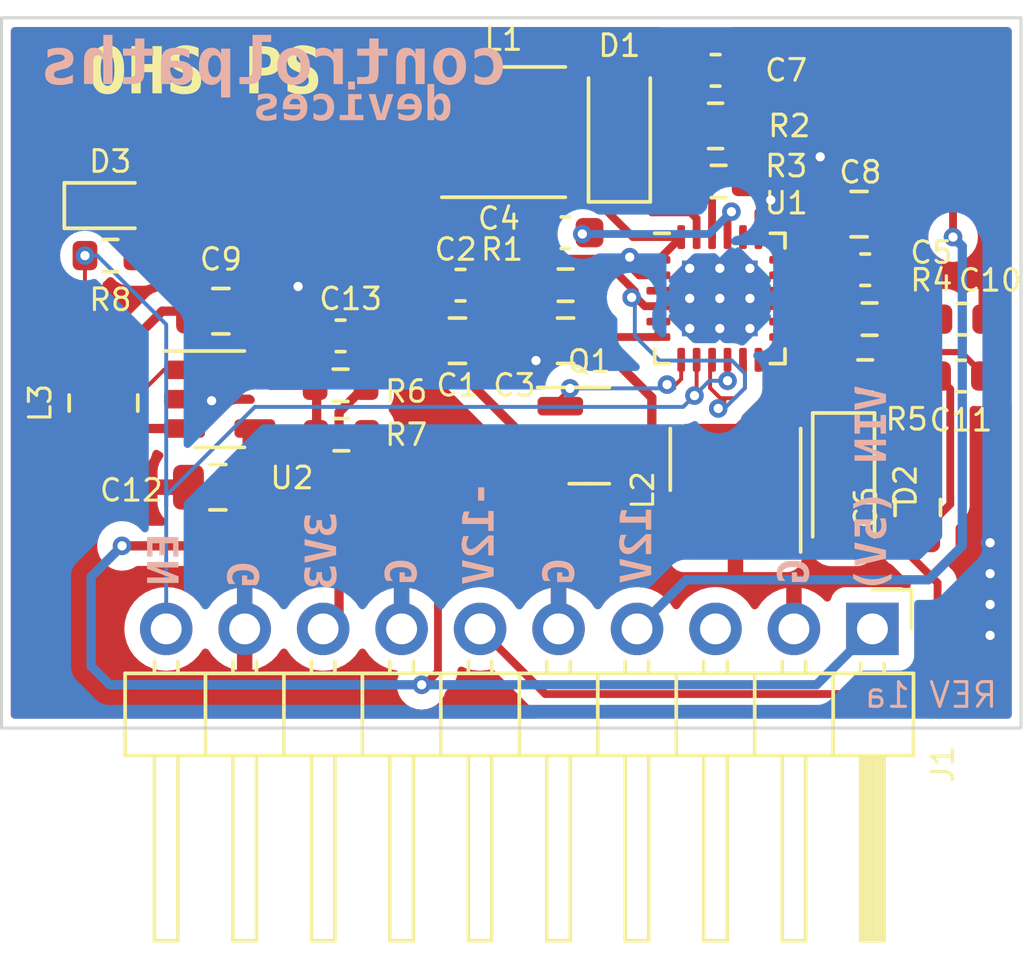
<source format=kicad_pcb>
(kicad_pcb (version 20221018) (generator pcbnew)
  (layers (0 "F.Cu" signal) (31 "B.Cu" signal) (34 "B.Paste" user) (35 "F.Paste" user) (36 "B.SilkS" user "B.Silkscreen") (37 "F.SilkS" user "F.Silkscreen") (38 "B.Mask" user) (39 "F.Mask" user) (44 "Edge.Cuts" user))
  (net 0 "")
  (net 1 "GND")
  (net 2 "Net-(U1-PSN)")
  (net 3 "Vin")
  (net 4 "Net-(U1-CP)")
  (net 5 "Net-(U1-CN)")
  (net 6 "-12V")
  (net 7 "+12V")
  (net 8 "Net-(U1-FBP)")
  (net 9 "+3V3")
  (net 10 "Net-(U1-VREF)")
  (net 11 "Net-(U1-FBN)")
  (net 12 "Net-(D1-A)")
  (net 13 "Net-(D2-K)")
  (net 14 "Net-(D3-A)")
  (net 16 "EN")
  (net 17 "Net-(U2-SW)")
  (net 18 "Net-(Q1-G)")
  (net 21 "Net-(U2-FB)")
  (net 22 "Net-(Q1-D)")
  (footprint "Capacitor_SMD:C_0603_1608Metric" (layer "F.Cu") (at 186.2575 109.9575 180)
    (fp_text reference "C4" (at 2.1575 0.4575) (layer "F.SilkS") (effects (font (size 0.7 0.7) (thickness 0.1))))
    (fp_text value "10n")
    (pad "1" smd roundrect (at -0.775 0 180) (size 0.9 0.95) (layers "F.Cu" "F.Paste" "F.Mask") (net 4 "Net-(U1-CP)"))
    (pad "2" smd roundrect (at 0.775 0 180) (size 0.9 0.95) (layers "F.Cu" "F.Paste" "F.Mask") (net 1 "GND"))
  )
  (footprint "Capacitor_SMD:C_0805_2012Metric" (layer "F.Cu") (at 195.7575 109.3575)
    (fp_text reference "C8" (at 0.0425 -1.3575) (layer "F.SilkS") (effects (font (size 0.7 0.7) (thickness 0.1))))
    (fp_text value "22u")
    (pad "1" smd roundrect (at -0.95 0) (size 1 1.45) (layers "F.Cu" "F.Paste" "F.Mask") (net 7 "+12V"))
    (pad "2" smd roundrect (at 0.95 0) (size 1 1.45) (layers "F.Cu" "F.Paste" "F.Mask") (net 1 "GND"))
  )
  (footprint "Package_TO_SOT_SMD:SOT-23-5" (layer "F.Cu") (at 175.0625 115.35)
    (fp_text reference "U2" (at 2.3375 2.55) (layer "F.SilkS") (effects (font (size 0.7 0.7) (thickness 0.1))))
    (fp_text value "NCP1529A")
    (pad "1" smd roundrect (at -1.1375 -0.95) (size 1.325 0.6) (layers "F.Cu" "F.Paste" "F.Mask") (net 16 "EN"))
    (pad "2" smd roundrect (at -1.1375 0) (size 1.325 0.6) (layers "F.Cu" "F.Paste" "F.Mask") (net 1 "GND"))
    (pad "3" smd roundrect (at -1.1375 0.95) (size 1.325 0.6) (layers "F.Cu" "F.Paste" "F.Mask") (net 17 "Net-(U2-SW)"))
    (pad "4" smd roundrect (at 1.1375 0.95) (size 1.325 0.6) (layers "F.Cu" "F.Paste" "F.Mask") (net 3 "Vin"))
    (pad "5" smd roundrect (at 1.1375 -0.95) (size 1.325 0.6) (layers "F.Cu" "F.Paste" "F.Mask") (net 21 "Net-(U2-FB)"))
  )
  (footprint "Resistor_SMD:R_0603_1608Metric" (layer "F.Cu") (at 191.2125 108.3 180)
    (fp_text reference "R3" (at -2.1875 0.5) (layer "F.SilkS") (effects (font (size 0.7 0.7) (thickness 0.1))))
    (fp_text value "100k")
    (pad "1" smd roundrect (at -0.825 0 180) (size 0.8 0.95) (layers "F.Cu" "F.Paste" "F.Mask") (net 1 "GND"))
    (pad "2" smd roundrect (at 0.825 0 180) (size 0.8 0.95) (layers "F.Cu" "F.Paste" "F.Mask") (net 8 "Net-(U1-FBP)"))
  )
  (footprint "Capacitor_SMD:C_0805_2012Metric" (layer "F.Cu") (at 182.7575 113.4575)
    (fp_text reference "C1" (at 0 1.4425) (layer "F.SilkS") (effects (font (size 0.7 0.7) (thickness 0.1))))
    (fp_text value "4u7")
    (pad "1" smd roundrect (at -0.95 0) (size 1 1.45) (layers "F.Cu" "F.Paste" "F.Mask") (net 22 "Net-(Q1-D)"))
    (pad "2" smd roundrect (at 0.95 0) (size 1 1.45) (layers "F.Cu" "F.Paste" "F.Mask") (net 1 "GND"))
  )
  (footprint "Connector_PinHeader_2.54mm:PinHeader_1x10_P2.54mm_Horizontal" (layer "F.Cu") (at 196.19 122.79 -90)
    (fp_text reference "J1" (at 4.385 -2.27 90) (layer "F.SilkS") (effects (font (size 0.7 0.7) (thickness 0.1))))
    (fp_text value "Conn_01x10_Pin")
    (pad "1" thru_hole rect (at 0 0 270) (size 1.7 1.7) (drill 1) (layers "*.Cu" "*.Mask") (net 3 "Vin"))
    (pad "2" thru_hole oval (at 0 2.54 270) (size 1.7 1.7) (drill 1) (layers "*.Cu" "*.Mask") (net 1 "GND"))
    (pad "3" thru_hole oval (at 0 5.08 270) (size 1.7 1.7) (drill 1) (layers "*.Cu" "*.Mask"))
    (pad "4" thru_hole oval (at 0 7.62 270) (size 1.7 1.7) (drill 1) (layers "*.Cu" "*.Mask") (net 7 "+12V"))
    (pad "5" thru_hole oval (at 0 10.16 270) (size 1.7 1.7) (drill 1) (layers "*.Cu" "*.Mask") (net 1 "GND"))
    (pad "6" thru_hole oval (at 0 12.7 270) (size 1.7 1.7) (drill 1) (layers "*.Cu" "*.Mask") (net 6 "-12V"))
    (pad "7" thru_hole oval (at 0 15.24 270) (size 1.7 1.7) (drill 1) (layers "*.Cu" "*.Mask") (net 1 "GND"))
    (pad "8" thru_hole oval (at 0 17.78 270) (size 1.7 1.7) (drill 1) (layers "*.Cu" "*.Mask") (net 9 "+3V3"))
    (pad "9" thru_hole oval (at 0 20.32 270) (size 1.7 1.7) (drill 1) (layers "*.Cu" "*.Mask") (net 1 "GND"))
    (pad "10" thru_hole oval (at 0 22.86 270) (size 1.7 1.7) (drill 1) (layers "*.Cu" "*.Mask") (net 16 "EN"))
  )
  (footprint "Resistor_SMD:R_0603_1608Metric" (layer "F.Cu") (at 178.975 114.9)
    (fp_text reference "R6" (at 2.125 0.2) (layer "F.SilkS") (effects (font (size 0.7 0.7) (thickness 0.1))))
    (fp_text value "890k")
    (pad "1" smd roundrect (at -0.825 0) (size 0.8 0.95) (layers "F.Cu" "F.Paste" "F.Mask") (net 21 "Net-(U2-FB)"))
    (pad "2" smd roundrect (at 0.825 0) (size 0.8 0.95) (layers "F.Cu" "F.Paste" "F.Mask") (net 9 "+3V3"))
  )
  (footprint "Capacitor_SMD:C_0603_1608Metric" (layer "F.Cu") (at 199.1 112.7575)
    (fp_text reference "C10" (at 0.9 -1.2575) (layer "F.SilkS") (effects (font (size 0.7 0.7) (thickness 0.1))))
    (fp_text value "220n")
    (pad "1" smd roundrect (at -0.775 0) (size 0.9 0.95) (layers "F.Cu" "F.Paste" "F.Mask") (net 10 "Net-(U1-VREF)"))
    (pad "2" smd roundrect (at 0.775 0) (size 0.9 0.95) (layers "F.Cu" "F.Paste" "F.Mask") (net 1 "GND"))
  )
  (footprint "Inductor_SMD_Wurth:L_Wurth_WE-LQSH-4020" (layer "F.Cu") (at 191.7575 118.3 90)
    (fp_text reference "L2" (at 0 -3 90 unlocked) (layer "F.SilkS") (effects (font (size 0.7 0.7) (thickness 0.1))))
    (fp_text value "4u7")
    (pad "1" smd rect (at -1.55 0 90) (size 1.2 3.3) (layers "F.Cu" "F.Paste" "F.Mask") (net 1 "GND"))
    (pad "2" smd rect (at 1.55 0 90) (size 1.2 3.3) (layers "F.Cu" "F.Paste" "F.Mask") (net 13 "Net-(D2-K)"))
  )
  (footprint "Inductor_SMD:L_1008_2520Metric" (layer "F.Cu") (at 171.3 115.475 90)
    (fp_text reference "L3" (at 0 -2.05 90) (layer "F.SilkS") (effects (font (size 0.7 0.7) (thickness 0.1))))
    (fp_text value "2u2")
    (pad "1" smd roundrect (at -1.075 0 90) (size 1.25 2.2) (layers "F.Cu" "F.Paste" "F.Mask") (roundrect_rratio 0.2) (net 17 "Net-(U2-SW)"))
    (pad "2" smd roundrect (at 1.075 0 90) (size 1.25 2.2) (layers "F.Cu" "F.Paste" "F.Mask") (roundrect_rratio 0.2) (net 9 "+3V3"))
  )
  (footprint "Capacitor_SMD:C_0805_2012Metric" (layer "F.Cu") (at 197.6575 118.8575 90)
    (fp_text reference "C6" (at 0 -1.68 90) (layer "F.SilkS") (effects (font (size 0.7 0.7) (thickness 0.1))))
    (fp_text value "22u")
    (pad "1" smd roundrect (at -0.95 0 90) (size 1 1.45) (layers "F.Cu" "F.Paste" "F.Mask") (net 6 "-12V"))
    (pad "2" smd roundrect (at 0.95 0 90) (size 1 1.45) (layers "F.Cu" "F.Paste" "F.Mask") (net 1 "GND"))
  )
  (footprint "Capacitor_SMD:C_0603_1608Metric" (layer "F.Cu") (at 178.975 113.3 180)
    (fp_text reference "C13" (at -0.325 1.2) (layer "F.SilkS") (effects (font (size 0.7 0.7) (thickness 0.1))))
    (fp_text value "7p5")
    (pad "1" smd roundrect (at -0.775 0 180) (size 0.9 0.95) (layers "F.Cu" "F.Paste" "F.Mask") (net 9 "+3V3"))
    (pad "2" smd roundrect (at 0.775 0 180) (size 0.9 0.95) (layers "F.Cu" "F.Paste" "F.Mask") (net 21 "Net-(U2-FB)"))
  )
  (footprint "Inductor_SMD_Wurth:L_Wurth_WE-LQSH-4020" (layer "F.Cu") (at 184.25 106.7)
    (fp_text reference "L1" (at 0 -3 unlocked) (layer "F.SilkS") (effects (font (size 0.7 0.7) (thickness 0.1))))
    (fp_text value "L")
    (pad "1" smd rect (at -1.55 0) (size 1.2 3.3) (layers "F.Cu" "F.Paste" "F.Mask") (net 22 "Net-(Q1-D)"))
    (pad "2" smd rect (at 1.55 0) (size 1.2 3.3) (layers "F.Cu" "F.Paste" "F.Mask") (net 12 "Net-(D1-A)"))
  )
  (footprint "Capacitor_SMD:C_0805_2012Metric" (layer "F.Cu") (at 186.2575 113.4575 180)
    (fp_text reference "C3" (at 1.6575 -1.4425) (layer "F.SilkS") (effects (font (size 0.7 0.7) (thickness 0.1))))
    (fp_text value "4u7")
    (pad "1" smd roundrect (at -0.95 0 180) (size 1 1.45) (layers "F.Cu" "F.Paste" "F.Mask") (net 3 "Vin"))
    (pad "2" smd roundrect (at 0.95 0 180) (size 1 1.45) (layers "F.Cu" "F.Paste" "F.Mask") (net 1 "GND"))
  )
  (footprint "Diode_SMD:D_SOD-123" (layer "F.Cu") (at 188 106.6 90)
    (fp_text reference "D1" (at 2.7 0 180) (layer "F.SilkS") (effects (font (size 0.7 0.7) (thickness 0.1))))
    (fp_text value "1N5819")
    (pad "1" smd roundrect (at -1.65 0 90) (size 0.9 1.2) (layers "F.Cu" "F.Paste" "F.Mask") (net 7 "+12V"))
    (pad "2" smd roundrect (at 1.65 0 90) (size 0.9 1.2) (layers "F.Cu" "F.Paste" "F.Mask") (net 12 "Net-(D1-A)"))
  )
  (footprint "Resistor_SMD:R_0603_1608Metric" (layer "F.Cu") (at 186.2575 111.6575 180)
    (fp_text reference "R1" (at 2.0575 1.1575) (layer "F.SilkS") (effects (font (size 0.7 0.7) (thickness 0.1))))
    (fp_text value "100")
    (pad "1" smd roundrect (at -0.825 0 180) (size 0.8 0.95) (layers "F.Cu" "F.Paste" "F.Mask") (net 3 "Vin"))
    (pad "2" smd roundrect (at 0.825 0 180) (size 0.8 0.95) (layers "F.Cu" "F.Paste" "F.Mask") (net 2 "Net-(U1-PSN)"))
  )
  (footprint "Capacitor_SMD:C_0603_1608Metric" (layer "F.Cu") (at 195.9575 111.1575)
    (fp_text reference "C5" (at 2.1425 -0.5575) (layer "F.SilkS") (effects (font (size 0.7 0.7) (thickness 0.1))))
    (fp_text value "4n7")
    (pad "1" smd roundrect (at -0.775 0) (size 0.9 0.95) (layers "F.Cu" "F.Paste" "F.Mask") (net 5 "Net-(U1-CN)"))
    (pad "2" smd roundrect (at 0.775 0) (size 0.9 0.95) (layers "F.Cu" "F.Paste" "F.Mask") (net 1 "GND"))
  )
  (footprint "Resistor_SMD:R_0603_1608Metric" (layer "F.Cu") (at 195.9575 114.6)
    (fp_text reference "R5" (at 1.3425 1.4) (layer "F.SilkS") (effects (font (size 0.7 0.7) (thickness 0.1))))
    (fp_text value "1M")
    (pad "1" smd roundrect (at -0.825 0) (size 0.8 0.95) (layers "F.Cu" "F.Paste" "F.Mask") (net 6 "-12V"))
    (pad "2" smd roundrect (at 0.825 0) (size 0.8 0.95) (layers "F.Cu" "F.Paste" "F.Mask") (net 11 "Net-(U1-FBN)"))
  )
  (footprint "Capacitor_SMD:C_0805_2012Metric" (layer "F.Cu") (at 175.1 112.5)
    (fp_text reference "C9" (at 0 -1.68) (layer "F.SilkS") (effects (font (size 0.7 0.7) (thickness 0.1))))
    (fp_text value "10u")
    (pad "1" smd roundrect (at -0.95 0) (size 1 1.45) (layers "F.Cu" "F.Paste" "F.Mask") (net 9 "+3V3"))
    (pad "2" smd roundrect (at 0.95 0) (size 1 1.45) (layers "F.Cu" "F.Paste" "F.Mask") (net 1 "GND"))
  )
  (footprint "Capacitor_SMD:C_0603_1608Metric" (layer "F.Cu") (at 199.0575 114.6 180)
    (fp_text reference "C11" (at 0 -1.43) (layer "F.SilkS") (effects (font (size 0.7 0.7) (thickness 0.1))))
    (fp_text value "7p5")
    (pad "1" smd roundrect (at -0.775 0 180) (size 0.9 0.95) (layers "F.Cu" "F.Paste" "F.Mask") (net 11 "Net-(U1-FBN)"))
    (pad "2" smd roundrect (at 0.775 0 180) (size 0.9 0.95) (layers "F.Cu" "F.Paste" "F.Mask") (net 6 "-12V"))
  )
  (footprint "Capacitor_SMD:C_0603_1608Metric" (layer "F.Cu") (at 182.8575 111.6575 180)
    (fp_text reference "C2" (at 0.1575 1.1575) (layer "F.SilkS") (effects (font (size 0.7 0.7) (thickness 0.1))))
    (fp_text value "100n")
    (pad "1" smd roundrect (at -0.775 0 180) (size 0.9 0.95) (layers "F.Cu" "F.Paste" "F.Mask") (net 2 "Net-(U1-PSN)"))
    (pad "2" smd roundrect (at 0.775 0 180) (size 0.9 0.95) (layers "F.Cu" "F.Paste" "F.Mask") (net 1 "GND"))
  )
  (footprint "LED_SMD:LED_0603_1608Metric" (layer "F.Cu") (at 171.5175 109.08)
    (fp_text reference "D3" (at 0 -1.43) (layer "F.SilkS") (effects (font (size 0.7 0.7) (thickness 0.1))))
    (fp_text value "LED")
    (pad "1" smd roundrect (at -0.7875 0) (size 0.875 0.95) (layers "F.Cu" "F.Paste" "F.Mask") (net 1 "GND"))
    (pad "2" smd roundrect (at 0.7875 0) (size 0.875 0.95) (layers "F.Cu" "F.Paste" "F.Mask") (net 14 "Net-(D3-A)"))
  )
  (footprint "Capacitor_SMD:C_0805_2012Metric" (layer "F.Cu") (at 175 118.2 180)
    (fp_text reference "C12" (at 2.8 -0.1) (layer "F.SilkS") (effects (font (size 0.7 0.7) (thickness 0.1))))
    (fp_text value "4u7")
    (pad "1" smd roundrect (at -0.95 0 180) (size 1 1.45) (layers "F.Cu" "F.Paste" "F.Mask") (net 3 "Vin"))
    (pad "2" smd roundrect (at 0.95 0 180) (size 1 1.45) (layers "F.Cu" "F.Paste" "F.Mask") (net 1 "GND"))
  )
  (footprint "Resistor_SMD:R_0603_1608Metric" (layer "F.Cu") (at 196.1 112.7575 180)
    (fp_text reference "R4" (at -2 1.2575) (layer "F.SilkS") (effects (font (size 0.7 0.7) (thickness 0.1))))
    (fp_text value "110k")
    (pad "1" smd roundrect (at -0.825 0 180) (size 0.8 0.95) (layers "F.Cu" "F.Paste" "F.Mask") (net 11 "Net-(U1-FBN)"))
    (pad "2" smd roundrect (at 0.825 0 180) (size 0.8 0.95) (layers "F.Cu" "F.Paste" "F.Mask") (net 10 "Net-(U1-VREF)"))
  )
  (footprint "Resistor_SMD:R_0603_1608Metric" (layer "F.Cu") (at 171.525 110.7 180)
    (fp_text reference "R8" (at 0 -1.43) (layer "F.SilkS") (effects (font (size 0.7 0.7) (thickness 0.1))))
    (fp_text value "890k")
    (pad "1" smd roundrect (at -0.825 0 180) (size 0.8 0.95) (layers "F.Cu" "F.Paste" "F.Mask") (net 14 "Net-(D3-A)"))
    (pad "2" smd roundrect (at 0.825 0 180) (size 0.8 0.95) (layers "F.Cu" "F.Paste" "F.Mask") (net 16 "EN"))
  )
  (footprint "Resistor_SMD:R_0603_1608Metric" (layer "F.Cu") (at 179 116.5 180)
    (fp_text reference "R7" (at -2.1 0) (layer "F.SilkS") (effects (font (size 0.7 0.7) (thickness 0.1))))
    (fp_text value "200k")
    (pad "1" smd roundrect (at -0.825 0 180) (size 0.8 0.95) (layers "F.Cu" "F.Paste" "F.Mask") (net 1 "GND"))
    (pad "2" smd roundrect (at 0.825 0 180) (size 0.8 0.95) (layers "F.Cu" "F.Paste" "F.Mask") (net 21 "Net-(U2-FB)"))
  )
  (footprint "Package_TO_SOT_SMD:SOT-23" (layer "F.Cu") (at 187.025 116.5275)
    (fp_text reference "Q1" (at 0 -2.4) (layer "F.SilkS") (effects (font (size 0.7 0.7) (thickness 0.1))))
    (fp_text value "Si2323DS")
    (pad "1" smd roundrect (at -0.9375 -0.95) (size 1.475 0.6) (layers "F.Cu" "F.Paste" "F.Mask") (net 18 "Net-(Q1-G)"))
    (pad "2" smd roundrect (at -0.9375 0.95) (size 1.475 0.6) (layers "F.Cu" "F.Paste" "F.Mask") (net 3 "Vin"))
    (pad "3" smd roundrect (at 0.9375 0) (size 1.475 0.6) (layers "F.Cu" "F.Paste" "F.Mask") (net 22 "Net-(Q1-D)"))
  )
  (footprint "Diode_SMD:D_SOD-123" (layer "F.Cu") (at 195.2575 118.1575 -90)
    (fp_text reference "D2" (at 0 -2 90) (layer "F.SilkS") (effects (font (size 0.7 0.7) (thickness 0.1))))
    (fp_text value "1N5819")
    (pad "1" smd roundrect (at -1.65 0 270) (size 0.9 1.2) (layers "F.Cu" "F.Paste" "F.Mask") (net 13 "Net-(D2-K)"))
    (pad "2" smd roundrect (at 1.65 0 270) (size 0.9 1.2) (layers "F.Cu" "F.Paste" "F.Mask") (net 6 "-12V"))
  )
  (footprint "Capacitor_SMD:C_0603_1608Metric" (layer "F.Cu") (at 191.1125 104.7 180)
    (fp_text reference "C7" (at -2.2875 0) (layer "F.SilkS") (effects (font (size 0.7 0.7) (thickness 0.1))))
    (fp_text value "6p8")
    (pad "1" smd roundrect (at -0.775 0 180) (size 0.9 0.95) (layers "F.Cu" "F.Paste" "F.Mask") (net 7 "+12V"))
    (pad "2" smd roundrect (at 0.775 0 180) (size 0.9 0.95) (layers "F.Cu" "F.Paste" "F.Mask") (net 8 "Net-(U1-FBP)"))
  )
  (footprint "Package_DFN_QFN:VQFN-24-1EP_4x4mm_P0.5mm_EP2.45x2.45mm_ThermalVias" (layer "F.Cu") (at 191.25 112.0875)
    (fp_text reference "U1" (at 2.15 -3.0875) (layer "F.SilkS") (effects (font (size 0.7 0.7) (thickness 0.1))))
    (fp_text value "TPS65131RGE")
    (pad "1" smd roundrect (at -1.9875 -1.25) (size 0.775 0.25) (layers "F.Cu" "F.Paste" "F.Mask") (net 12 "Net-(D1-A)"))
    (pad "2" smd roundrect (at -1.9875 -0.75) (size 0.775 0.25) (layers "F.Cu" "F.Paste" "F.Mask") (net 1 "GND"))
    (pad "3" smd roundrect (at -1.9875 -0.25) (size 0.775 0.25) (layers "F.Cu" "F.Paste" "F.Mask") (net 1 "GND"))
    (pad "4" smd roundrect (at -1.9875 0.25) (size 0.775 0.25) (layers "F.Cu" "F.Paste" "F.Mask") (net 2 "Net-(U1-PSN)"))
    (pad "5" smd roundrect (at -1.9875 0.75) (size 0.775 0.25) (layers "F.Cu" "F.Paste" "F.Mask") (net 3 "Vin"))
    (pad "6" smd roundrect (at -1.9875 1.25) (size 0.775 0.25) (layers "F.Cu" "F.Paste" "F.Mask") (net 3 "Vin"))
    (pad "7" smd roundrect (at -1.25 1.9875) (size 0.25 0.775) (layers "F.Cu" "F.Paste" "F.Mask") (net 18 "Net-(Q1-G)"))
    (pad "8" smd roundrect (at -0.75 1.9875) (size 0.25 0.775) (layers "F.Cu" "F.Paste" "F.Mask") (net 16 "EN"))
    (pad "9" smd roundrect (at -0.25 1.9875) (size 0.25 0.775) (layers "F.Cu" "F.Paste" "F.Mask") (net 2 "Net-(U1-PSN)"))
    (pad "10" smd roundrect (at 0.25 1.9875) (size 0.25 0.775) (layers "F.Cu" "F.Paste" "F.Mask") (net 16 "EN"))
    (pad "11" smd roundrect (at 0.75 1.9875) (size 0.25 0.775) (layers "F.Cu" "F.Paste" "F.Mask") (net 2 "Net-(U1-PSN)"))
    (pad "12" smd roundrect (at 1.25 1.9875) (size 0.25 0.775) (layers "F.Cu" "F.Paste" "F.Mask"))
    (pad "13" smd roundrect (at 1.9875 1.25) (size 0.775 0.25) (layers "F.Cu" "F.Paste" "F.Mask") (net 13 "Net-(D2-K)"))
    (pad "14" smd roundrect (at 1.9875 0.75) (size 0.775 0.25) (layers "F.Cu" "F.Paste" "F.Mask") (net 13 "Net-(D2-K)"))
    (pad "15" smd roundrect (at 1.9875 0.25) (size 0.775 0.25) (layers "F.Cu" "F.Paste" "F.Mask") (net 6 "-12V"))
    (pad "16" smd roundrect (at 1.9875 -0.25) (size 0.775 0.25) (layers "F.Cu" "F.Paste" "F.Mask") (net 11 "Net-(U1-FBN)"))
    (pad "17" smd roundrect (at 1.9875 -0.75) (size 0.775 0.25) (layers "F.Cu" "F.Paste" "F.Mask") (net 10 "Net-(U1-VREF)"))
    (pad "18" smd roundrect (at 1.9875 -1.25) (size 0.775 0.25) (layers "F.Cu" "F.Paste" "F.Mask") (net 5 "Net-(U1-CN)"))
    (pad "19" smd roundrect (at 1.25 -1.9875) (size 0.25 0.775) (layers "F.Cu" "F.Paste" "F.Mask") (net 1 "GND"))
    (pad "20" smd roundrect (at 0.75 -1.9875) (size 0.25 0.775) (layers "F.Cu" "F.Paste" "F.Mask"))
    (pad "21" smd roundrect (at 0.25 -1.9875) (size 0.25 0.775) (layers "F.Cu" "F.Paste" "F.Mask") (net 4 "Net-(U1-CP)"))
    (pad "22" smd roundrect (at -0.25 -1.9875) (size 0.25 0.775) (layers "F.Cu" "F.Paste" "F.Mask") (net 8 "Net-(U1-FBP)"))
    (pad "23" smd roundrect (at -0.75 -1.9875) (size 0.25 0.775) (layers "F.Cu" "F.Paste" "F.Mask") (net 7 "+12V"))
    (pad "24" smd roundrect (at -1.25 -1.9875) (size 0.25 0.775) (layers "F.Cu" "F.Paste" "F.Mask") (net 12 "Net-(D1-A)"))
    (pad "25" thru_hole circle (at -0.975 -0.975) (size 0.5 0.5) (drill 0.3) (layers "*.Cu") (net 1 "GND"))
    (pad "25" thru_hole circle (at -0.975 0) (size 0.5 0.5) (drill 0.3) (layers "*.Cu") (net 1 "GND"))
    (pad "25" thru_hole circle (at -0.975 0.975) (size 0.5 0.5) (drill 0.3) (layers "*.Cu") (net 1 "GND"))
    (pad "25" thru_hole circle (at 0 -0.975) (size 0.5 0.5) (drill 0.3) (layers "*.Cu") (net 1 "GND"))
    (pad "25" thru_hole circle (at 0 0) (size 0.5 0.5) (drill 0.3) (layers "*.Cu") (net 1 "GND"))
    (pad "25" smd rect (at 0 0) (size 2.45 2.45) (layers "F.Cu" "F.Mask") (net 1 "GND"))
    (pad "25" smd rect (at 0 0) (size 2.45 2.45) (layers "B.Cu") (net 1 "GND"))
    (pad "25" thru_hole circle (at 0 0.975) (size 0.5 0.5) (drill 0.3) (layers "*.Cu") (net 1 "GND"))
    (pad "25" thru_hole circle (at 0.975 -0.975) (size 0.5 0.5) (drill 0.3) (layers "*.Cu") (net 1 "GND"))
    (pad "25" thru_hole circle (at 0.975 0) (size 0.5 0.5) (drill 0.3) (layers "*.Cu") (net 1 "GND"))
    (pad "25" thru_hole circle (at 0.975 0.975) (size 0.5 0.5) (drill 0.3) (layers "*.Cu") (net 1 "GND"))
  )
  (footprint "Resistor_SMD:R_0805_2012Metric" (layer "F.Cu") (at 191.1125 106.5)
    (fp_text reference "R2" (at 2.3875 0) (layer "F.SilkS") (effects (font (size 0.7 0.7) (thickness 0.1))))
    (fp_text value "900k")
    (pad "1" smd roundrect (at -0.9125 0) (size 1.025 1.4) (layers "F.Cu" "F.Paste" "F.Mask") (roundrect_rratio 0.243902439) (net 8 "Net-(U1-FBP)"))
    (pad "2" smd roundrect (at 0.9125 0) (size 1.025 1.4) (layers "F.Cu" "F.Paste" "F.Mask") (roundrect_rratio 0.243902439) (net 7 "+12V"))
  )
  (gr_line (start 168 103) (end 169 103) (stroke (width 0.1)) (layer "Edge.Cuts"))
  (gr_line (start 201 126) (end 168 126) (stroke (width 0.1)) (layer "Edge.Cuts"))
  (gr_line (start 201 125.6) (end 201 126) (stroke (width 0.1)) (layer "Edge.Cuts"))
  (gr_line (start 169 103) (end 201 103) (stroke (width 0.1)) (layer "Edge.Cuts"))
  (gr_line (start 201 103) (end 201 125.6) (stroke (width 0.1)) (layer "Edge.Cuts"))
  (gr_line (start 168 126) (end 168 103) (stroke (width 0.1)) (layer "Edge.Cuts"))
  (gr_text "-12V" (at 184.1 118 90) (layer "B.SilkS") (effects (font (size 1 1) (thickness 0.25) bold) (justify left bottom mirror)))
  (gr_text "3V3" (at 179 119 90) (layer "B.SilkS") (effects (font (size 1 1) (thickness 0.25) bold) (justify left bottom mirror)))
  (gr_text "devices" (at 182.6 106.5) (layer "B.SilkS") (effects (font (size 1.1 1.1) (thickness 0.25) bold) (justify left bottom mirror)))
  (gr_text "EN" (at 173.9 119.7 90) (layer "B.SilkS") (effects (font (size 1 1) (thickness 0.25) bold) (justify left bottom mirror)))
  (gr_text "G" (at 176.5 120.6 90) (layer "B.SilkS") (effects (font (size 1 1) (thickness 0.25) bold) (justify left bottom mirror)))
  (gr_text "controlpaths" (at 184.4 105.4) (layer "B.SilkS") (effects (font (size 1.5 1.5) (thickness 0.3) bold) (justify left bottom mirror)))
  (gr_text "G" (at 194.3 120.5 90) (layer "B.SilkS") (effects (font (size 1 1) (thickness 0.25) bold) (justify left bottom mirror)))
  (gr_text "G" (at 181.6 120.5 90) (layer "B.SilkS") (effects (font (size 1 1) (thickness 0.25) bold) (justify left bottom mirror)))
  (gr_text "VIN (5V)" (at 196.8 114.9 90) (layer "B.SilkS") (effects (font (size 1 1) (thickness 0.25) bold) (justify left bottom mirror)))
  (gr_text "REV 1a" (at 200.3 125.4) (layer "B.SilkS") (effects (font (size 0.8 0.8) (thickness 0.1)) (justify left bottom mirror)))
  (gr_text "G" (at 186.7 120.5 90) (layer "B.SilkS") (effects (font (size 1 1) (thickness 0.25) bold) (justify left bottom mirror)))
  (gr_text "12V" (at 189.2 118.8 90) (layer "B.SilkS") (effects (font (size 1 1) (thickness 0.25) bold) (justify left bottom mirror)))
  (gr_text "OHS PS" (at 170.8 105.7) (layer "F.SilkS") (effects (font (size 1.5 1.5) (thickness 0.3) bold) (justify left bottom)))
  (segment (start 176.05 112.5) (end 176.8 112.5) (width 0.3) (layer "F.Cu") (net 1))
  (segment (start 192.3 108.3) (end 192.9 108.9) (width 0.254) (layer "F.Cu") (net 1))
  (segment (start 188.6375 111.3375) (end 189.2625 111.3375) (width 0.254) (layer "F.Cu") (net 1))
  (segment (start 188.333999 110.750162) (end 188.333999 111.033999) (width 0.254) (layer "F.Cu") (net 1))
  (segment (start 173.925 115.35) (end 174.75 115.35) (width 0.3) (layer "F.Cu") (net 1))
  (segment (start 174.75 115.35) (end 174.8 115.4) (width 0.3) (layer "F.Cu") (net 1))
  (segment (start 192.0375 108.3) (end 192.3 108.3) (width 0.254) (layer "F.Cu") (net 1))
  (segment (start 176.8 112.5) (end 177.6 111.7) (width 0.3) (layer "F.Cu") (net 1))
  (segment (start 185.3075 113.4575) (end 185.3075 114.0925) (width 0.254) (layer "F.Cu") (net 1))
  (segment (start 189.2625 111.8375) (end 189.2625 111.3375) (width 0.254) (layer "F.Cu") (net 1))
  (segment (start 188.333999 111.033999) (end 188.6375 111.3375) (width 0.254) (layer "F.Cu") (net 1))
  (segment (start 185.3075 114.0925) (end 185.3 114.1) (width 0.254) (layer "F.Cu") (net 1))
  (segment (start 192.5 110.1) (end 192.5 109.3) (width 0.254) (layer "F.Cu") (net 1))
  (segment (start 192.5 109.3) (end 192.9 108.9) (width 0.254) (layer "F.Cu") (net 1))
  (via (at 200 121) (size 0.6) (drill 0.3) (layers "F.Cu" "B.Cu") (net 1))
  (via (at 174.8 115.4) (size 0.6) (drill 0.3) (layers "F.Cu" "B.Cu") (net 1))
  (via (at 185.3 114.1) (size 0.6) (drill 0.3) (layers "F.Cu" "B.Cu") (net 1))
  (via (at 200 122) (size 0.6) (drill 0.3) (layers "F.Cu" "B.Cu") (net 1))
  (via (at 177.6 111.7) (size 0.6) (drill 0.3) (layers "F.Cu" "B.Cu") (net 1))
  (via (at 188.333999 110.750162) (size 0.6) (drill 0.3) (layers "F.Cu" "B.Cu") (net 1))
  (via (at 200 123) (size 0.6) (drill 0.3) (layers "F.Cu" "B.Cu") (net 1))
  (via (at 200 120) (size 0.6) (drill 0.3) (layers "F.Cu" "B.Cu") (net 1))
  (via (at 192.9 108.9) (size 0.6) (drill 0.3) (layers "F.Cu" "B.Cu") (net 1))
  (via (at 194.5 107.5) (size 0.6) (drill 0.3) (layers "F.Cu" "B.Cu") (net 1))
  (segment (start 193.2 110.2) (end 193.1375 110.2) (width 0.3) (layer "B.Cu") (net 1))
  (segment (start 191.733245 115.317368) (end 191.4 115.317368) (width 0.127) (layer "F.Cu") (net 2))
  (segment (start 188.5 111.850466) (end 187.748501 111.098967) (width 0.254) (layer "F.Cu") (net 2))
  (segment (start 190.936335 114.987278) (end 190.936335 114.138665) (width 0.127) (layer "F.Cu") (net 2))
  (segment (start 188.822432 112.3375) (end 188.5 112.015068) (width 0.254) (layer "F.Cu") (net 2))
  (segment (start 191.4 115.317368) (end 191.4 115.450498) (width 0.127) (layer "F.Cu") (net 2))
  (segment (start 192 114.075) (end 192.063335 114.138335) (width 0.127) (layer "F.Cu") (net 2))
  (segment (start 187.575416 110.8) (end 186.29 110.8) (width 0.254) (layer "F.Cu") (net 2))
  (segment (start 183.6325 111.6575) (end 185.4325 111.6575) (width 0.254) (layer "F.Cu") (net 2))
  (segment (start 187.748501 111.098967) (end 187.748501 110.973085) (width 0.254) (layer "F.Cu") (net 2))
  (segment (start 192.063335 114.987278) (end 191.733245 115.317368) (width 0.127) (layer "F.Cu") (net 2))
  (segment (start 186.29 110.8) (end 185.4325 111.6575) (width 0.254) (layer "F.Cu") (net 2))
  (segment (start 191.266425 115.317368) (end 190.936335 114.987278) (width 0.127) (layer "F.Cu") (net 2))
  (segment (start 191.4 115.450498) (end 191.2 115.650498) (width 0.127) (layer "F.Cu") (net 2))
  (segment (start 191.4 115.317368) (end 191.266425 115.317368) (width 0.127) (layer "F.Cu") (net 2))
  (segment (start 187.748501 110.973085) (end 187.575416 110.8) (width 0.254) (layer "F.Cu") (net 2))
  (segment (start 188.5 112.015068) (end 188.5 111.850466) (width 0.254) (layer "F.Cu") (net 2))
  (segment (start 192.063335 114.138335) (end 192.063335 114.987278) (width 0.127) (layer "F.Cu") (net 2))
  (segment (start 189.2625 112.3375) (end 188.822432 112.3375) (width 0.254) (layer "F.Cu") (net 2))
  (segment (start 190.936335 114.138665) (end 191 114.075) (width 0.127) (layer "F.Cu") (net 2))
  (via (at 188.396586 112.055297) (size 0.6) (drill 0.3) (layers "F.Cu" "B.Cu") (net 2))
  (via (at 191.2 115.650498) (size 0.6) (drill 0.3) (layers "F.Cu" "B.Cu") (net 2))
  (segment (start 189.3 114.1) (end 188.5 113.3) (width 0.127) (layer "B.Cu") (net 2))
  (segment (start 191.2 115.650498) (end 191.400115 115.650498) (width 0.127) (layer "B.Cu") (net 2))
  (segment (start 191.400115 115.650498) (end 192.063335 114.987278) (width 0.127) (layer "B.Cu") (net 2))
  (segment (start 188.5 113.3) (end 188.5 112.158711) (width 0.127) (layer "B.Cu") (net 2))
  (segment (start 191.642877 114.1) (end 189.3 114.1) (width 0.127) (layer "B.Cu") (net 2))
  (segment (start 192.063335 114.520458) (end 191.642877 114.1) (width 0.127) (layer "B.Cu") (net 2))
  (segment (start 188.5 112.158711) (end 188.396586 112.055297) (width 0.127) (layer "B.Cu") (net 2))
  (segment (start 188.396586 111.903414) (end 188.396586 112.055297) (width 0.127) (layer "B.Cu") (net 2))
  (segment (start 192.063335 114.987278) (end 192.063335 114.520458) (width 0.127) (layer "B.Cu") (net 2))
  (segment (start 189.05 116.888762) (end 189.05 115.3) (width 0.3) (layer "F.Cu") (net 3))
  (segment (start 175.95 118.2) (end 174.05 120.1) (width 0.3) (layer "F.Cu") (net 3))
  (segment (start 189.2625 113.3375) (end 187.3275 113.3375) (width 0.254) (layer "F.Cu") (net 3))
  (segment (start 186.0875 117.4775) (end 188.461262 117.4775) (width 0.3) (layer "F.Cu") (net 3))
  (segment (start 175.95 118.2) (end 175.95 116.55) (width 0.3) (layer "F.Cu") (net 3))
  (segment (start 189.05 115.3) (end 187.2075 113.4575) (width 0.3) (layer "F.Cu") (net 3))
  (segment (start 189.2625 112.8375) (end 189.2625 113.3375) (width 0.254) (layer "F.Cu") (net 3))
  (segment (start 181.7 124.6) (end 181.6 124.6) (width 0.254) (layer "F.Cu") (net 3))
  (segment (start 174.05 120.1) (end 171.9 120.1) (width 0.3) (layer "F.Cu") (net 3))
  (segment (start 187.0825 113.3325) (end 187.2075 113.4575) (width 0.254) (layer "F.Cu") (net 3))
  (segment (start 188.461262 117.4775) (end 189.05 116.888762) (width 0.3) (layer "F.Cu") (net 3))
  (segment (start 182.127 124.173) (end 181.7 124.6) (width 0.254) (layer "F.Cu") (net 3))
  (segment (start 185.1375 117.4775) (end 182.127 120.488) (width 0.3) (layer "F.Cu") (net 3))
  (segment (start 175.95 116.55) (end 176.2 116.3) (width 0.3) (layer "F.Cu") (net 3))
  (segment (start 187.0825 111.6575) (end 187.0825 113.3325) (width 0.254) (layer "F.Cu") (net 3))
  (segment (start 187.3275 113.3375) (end 187.2075 113.4575) (width 0.254) (layer "F.Cu") (net 3))
  (segment (start 186.0875 117.4775) (end 185.1375 117.4775) (width 0.3) (layer "F.Cu") (net 3))
  (segment (start 182.127 120.488) (end 182.127 124.173) (width 0.254) (layer "F.Cu") (net 3))
  (via (at 171.9 120.1) (size 0.6) (drill 0.3) (layers "F.Cu" "B.Cu") (net 3))
  (via (at 181.6 124.6) (size 0.6) (drill 0.3) (layers "F.Cu" "B.Cu") (net 3))
  (segment (start 196.19 122.79) (end 194.38 124.6) (width 0.3) (layer "B.Cu") (net 3))
  (segment (start 171.5 124.6) (end 170.9 124) (width 0.3) (layer "B.Cu") (net 3))
  (segment (start 170.9 121.1) (end 171.9 120.1) (width 0.3) (layer "B.Cu") (net 3))
  (segment (start 170.9 124) (end 170.9 121.1) (width 0.3) (layer "B.Cu") (net 3))
  (segment (start 181.6 124.6) (end 171.5 124.6) (width 0.3) (layer "B.Cu") (net 3))
  (segment (start 194.38 124.6) (end 181.6 124.6) (width 0.3) (layer "B.Cu") (net 3))
  (segment (start 191.5 109.404648) (end 191.5 110.1) (width 0.254) (layer "F.Cu") (net 4))
  (segment (start 191.6265 109.278148) (end 191.5 109.404648) (width 0.254) (layer "F.Cu") (net 4))
  (via (at 186.8 110) (size 0.6) (drill 0.3) (layers "F.Cu" "B.Cu") (net 4))
  (via (at 191.6265 109.278148) (size 0.6) (drill 0.3) (layers "F.Cu" "B.Cu") (net 4))
  (segment (start 191.6265 109.278148) (end 190.904648 110) (width 0.254) (layer "B.Cu") (net 4))
  (segment (start 190.904648 110) (end 186.8 110) (width 0.254) (layer "B.Cu") (net 4))
  (segment (start 195.1825 111.1575) (end 194.8625 110.8375) (width 0.254) (layer "F.Cu") (net 5))
  (segment (start 194.8625 110.8375) (end 193.2375 110.8375) (width 0.254) (layer "F.Cu") (net 5))
  (segment (start 194.094 113.586884) (end 195.107116 114.6) (width 0.254) (layer "F.Cu") (net 6))
  (segment (start 185.6 124.9) (end 183.49 122.79) (width 0.254) (layer "F.Cu") (net 6))
  (segment (start 196.8075 119.8075) (end 198.3 121.3) (width 0.254) (layer "F.Cu") (net 6))
  (segment (start 195.107116 114.6) (end 195.1325 114.6) (width 0.254) (layer "F.Cu") (net 6))
  (segment (start 195.2575 119.8075) (end 196.8075 119.8075) (width 0.254) (layer "F.Cu") (net 6))
  (segment (start 198.7095 115.027) (end 198.2825 114.6) (width 0.254) (layer "F.Cu") (net 6))
  (segment (start 198.3 121.3) (end 198.3 124.5) (width 0.254) (layer "F.Cu") (net 6))
  (segment (start 197.6575 119.8075) (end 198.7095 118.7555) (width 0.254) (layer "F.Cu") (net 6))
  (segment (start 198.7095 118.7555) (end 198.7095 115.027) (width 0.254) (layer "F.Cu") (net 6))
  (segment (start 198.3 124.5) (end 197.9 124.9) (width 0.254) (layer "F.Cu") (net 6))
  (segment (start 195.9345 115.402) (end 197.4805 115.402) (width 0.254) (layer "F.Cu") (net 6))
  (segment (start 194.094 112.753932) (end 194.094 113.586884) (width 0.254) (layer "F.Cu") (net 6))
  (segment (start 197.4805 115.402) (end 198.2825 114.6) (width 0.254) (layer "F.Cu") (net 6))
  (segment (start 193.2375 112.3375) (end 193.677568 112.3375) (width 0.254) (layer "F.Cu") (net 6))
  (segment (start 197.9 124.9) (end 185.6 124.9) (width 0.254) (layer "F.Cu") (net 6))
  (segment (start 195.2575 119.8075) (end 197.6575 119.8075) (width 0.254) (layer "F.Cu") (net 6))
  (segment (start 195.1325 114.6) (end 195.9345 115.402) (width 0.254) (layer "F.Cu") (net 6))
  (segment (start 193.677568 112.3375) (end 194.094 112.753932) (width 0.254) (layer "F.Cu") (net 6))
  (segment (start 189.5605 104.21512) (end 189.87762 103.898) (width 0.254) (layer "F.Cu") (net 7))
  (segment (start 194.8075 108.5925) (end 195.2 108.2) (width 0.254) (layer "F.Cu") (net 7))
  (segment (start 190.5 109.5) (end 190.3 109.3) (width 0.254) (layer "F.Cu") (net 7))
  (segment (start 190.3 109.3) (end 189.05 109.3) (width 0.254) (layer "F.Cu") (net 7))
  (segment (start 189.5605 105.18488) (end 189.5605 104.21512) (width 0.254) (layer "F.Cu") (net 7))
  (segment (start 189.87762 103.898) (end 191.0855 103.898) (width 0.254) (layer "F.Cu") (net 7))
  (segment (start 189.05 109.3) (end 188 108.25) (width 0.254) (layer "F.Cu") (net 7))
  (segment (start 198.8 109.1) (end 198.8 110.1) (width 0.254) (layer "F.Cu") (net 7))
  (segment (start 188 108.25) (end 188 106.74538) (width 0.254) (layer "F.Cu") (net 7))
  (segment (start 194.8075 109.3575) (end 192.025 106.575) (width 0.254) (layer "F.Cu") (net 7))
  (segment (start 191.0855 103.898) (end 191.8875 104.7) (width 0.254) (layer "F.Cu") (net 7))
  (segment (start 192.025 106.575) (end 192.025 106.5) (width 0.254) (layer "F.Cu") (net 7))
  (segment (start 195.2 108.2) (end 197.9 108.2) (width 0.254) (layer "F.Cu") (net 7))
  (segment (start 188 106.74538) (end 189.5605 105.18488) (width 0.254) (layer "F.Cu") (net 7))
  (segment (start 197.9 108.2) (end 198.8 109.1) (width 0.254) (layer "F.Cu") (net 7))
  (segment (start 190.5 110.1) (end 190.5 109.5) (width 0.254) (layer "F.Cu") (net 7))
  (segment (start 192.025 104.8375) (end 191.8875 104.7) (width 0.254) (layer "F.Cu") (net 7))
  (segment (start 192.025 106.5) (end 192.025 104.8375) (width 0.254) (layer "F.Cu") (net 7))
  (segment (start 194.8075 109.3575) (end 194.8075 108.5925) (width 0.254) (layer "F.Cu") (net 7))
  (via (at 198.8 110.1) (size 0.6) (drill 0.3) (layers "F.Cu" "B.Cu") (net 7))
  (segment (start 199.1 120.1) (end 199.1 110.4) (width 0.3) (layer "B.Cu") (net 7))
  (segment (start 190.16 121.2) (end 198 121.2) (width 0.3) (layer "B.Cu") (net 7))
  (segment (start 188.57 122.79) (end 190.16 121.2) (width 0.3) (layer "B.Cu") (net 7))
  (segment (start 198 121.2) (end 199.1 120.1) (width 0.3) (layer "B.Cu") (net 7))
  (segment (start 199.1 110.4) (end 198.8 110.1) (width 0.3) (layer "B.Cu") (net 7))
  (segment (start 190.3375 104.7) (end 190.3375 106.3625) (width 0.254) (layer "F.Cu") (net 8))
  (segment (start 190.3375 106.3625) (end 190.2 106.5) (width 0.254) (layer "F.Cu") (net 8))
  (segment (start 191 110.1) (end 191 108.9125) (width 0.254) (layer "F.Cu") (net 8))
  (segment (start 191 108.9125) (end 190.3875 108.3) (width 0.254) (layer "F.Cu") (net 8))
  (segment (start 190.3875 108.3) (end 190.3875 106.6875) (width 0.254) (layer "F.Cu") (net 8))
  (segment (start 190.3875 106.6875) (end 190.2 106.5) (width 0.254) (layer "F.Cu") (net 8))
  (segment (start 178.925 115.775) (end 178.925 122.275) (width 0.3) (layer "F.Cu") (net 9))
  (segment (start 179.8 114.9) (end 178.925 115.775) (width 0.3) (layer "F.Cu") (net 9))
  (segment (start 178.925 122.275) (end 178.41 122.79) (width 0.3) (layer "F.Cu") (net 9))
  (segment (start 174.15 111.15) (end 174.15 112.5) (width 0.3) (layer "F.Cu") (net 9))
  (segment (start 171.3 114.4) (end 173.2 112.5) (width 0.3) (layer "F.Cu") (net 9))
  (segment (start 179.75 113.3) (end 179.75 111.55) (width 0.3) (layer "F.Cu") (net 9))
  (segment (start 178.5 110.3) (end 175 110.3) (width 0.3) (layer "F.Cu") (net 9))
  (segment (start 179.75 113.3) (end 179.75 114.85) (width 0.3) (layer "F.Cu") (net 9))
  (segment (start 175 110.3) (end 174.15 111.15) (width 0.3) (layer "F.Cu") (net 9))
  (segment (start 179.75 111.55) (end 178.5 110.3) (width 0.3) (layer "F.Cu") (net 9))
  (segment (start 179.75 114.85) (end 179.8 114.9) (width 0.3) (layer "F.Cu") (net 9))
  (segment (start 173.2 112.5) (end 174.15 112.5) (width 0.3) (layer "F.Cu") (net 9))
  (segment (start 193.2375 111.3375) (end 194.10062 111.3375) (width 0.254) (layer "F.Cu") (net 10))
  (segment (start 198.325 112.7575) (end 197.55 111.9825) (width 0.2) (layer "F.Cu") (net 10))
  (segment (start 196.05 111.9825) (end 195.275 112.7575) (width 0.2) (layer "F.Cu") (net 10))
  (segment (start 194.10062 111.3375) (end 195.1325 112.36938) (width 0.254) (layer "F.Cu") (net 10))
  (segment (start 195.1325 112.36938) (end 195.1325 112.7575) (width 0.254) (layer "F.Cu") (net 10))
  (segment (start 197.55 111.9825) (end 196.05 111.9825) (width 0.2) (layer "F.Cu") (net 10))
  (segment (start 199.8325 114.6) (end 199.0575 113.825) (width 0.2) (layer "F.Cu") (net 11))
  (segment (start 196.7825 114.3615) (end 195.9805 113.5595) (width 0.254) (layer "F.Cu") (net 11))
  (segment (start 195.9805 113.5595) (end 196.7825 112.7575) (width 0.254) (layer "F.Cu") (net 11))
  (segment (start 194.548 113.398832) (end 194.708668 113.5595) (width 0.254) (layer "F.Cu") (net 11))
  (segment (start 194.708668 113.5595) (end 195.9805 113.5595) (width 0.254) (layer "F.Cu") (net 11))
  (segment (start 193.2375 111.8375) (end 193.958568 111.8375) (width 0.254) (layer "F.Cu") (net 11))
  (segment (start 194.548 112.426932) (end 194.548 113.398832) (width 0.254) (layer "F.Cu") (net 11))
  (segment (start 199.0575 113.825) (end 197.9925 113.825) (width 0.2) (layer "F.Cu") (net 11))
  (segment (start 193.958568 111.8375) (end 194.548 112.426932) (width 0.254) (layer "F.Cu") (net 11))
  (segment (start 196.7825 114.6) (end 196.7825 114.3615) (width 0.254) (layer "F.Cu") (net 11))
  (segment (start 197.9925 113.825) (end 196.925 112.7575) (width 0.2) (layer "F.Cu") (net 11))
  (segment (start 187.55 104.95) (end 185.8 106.7) (width 0.254) (layer "F.Cu") (net 12))
  (segment (start 189.2625 110.8375) (end 190 110.1) (width 0.254) (layer "F.Cu") (net 12))
  (segment (start 185.8 107.46312) (end 188.43688 110.1) (width 0.254) (layer "F.Cu") (net 12))
  (segment (start 188 104.95) (end 187.55 104.95) (width 0.254) (layer "F.Cu") (net 12))
  (segment (start 185.8 106.7) (end 185.8 107.46312) (width 0.254) (layer "F.Cu") (net 12))
  (segment (start 188.43688 110.1) (end 190 110.1) (width 0.254) (layer "F.Cu") (net 12))
  (segment (start 191.7575 116.6075) (end 191.7575 116.3425) (width 0.254) (layer "F.Cu") (net 13))
  (segment (start 191.7575 116.3425) (end 193.2375 114.8625) (width 0.254) (layer "F.Cu") (net 13))
  (segment (start 193.2375 112.8375) (end 193.2375 113.3375) (width 0.254) (layer "F.Cu") (net 13))
  (segment (start 193.2375 114.8625) (end 193.2375 113.3375) (width 0.254) (layer "F.Cu") (net 13))
  (segment (start 195.2575 116.5075) (end 194.8825 116.5075) (width 0.254) (layer "F.Cu") (net 13))
  (segment (start 194.8825 116.5075) (end 193.2375 114.8625) (width 0.254) (layer "F.Cu") (net 13))
  (segment (start 172.35 109.125) (end 172.305 109.08) (width 0.3) (layer "F.Cu") (net 14))
  (segment (start 172.35 110.7) (end 172.35 109.125) (width 0.3) (layer "F.Cu") (net 14))
  (segment (start 169.9885 115.2885) (end 169.4 114.7) (width 0.127) (layer "F.Cu") (net 16))
  (segment (start 170.7 112.4) (end 170.7 110.7) (width 0.127) (layer "F.Cu") (net 16))
  (segment (start 190.5 115.164265) (end 190.430271 115.233994) (width 0.127) (layer "F.Cu") (net 16))
  (segment (start 173.925 114.4) (end 173.258126 114.4) (width 0.127) (layer "F.Cu") (net 16))
  (segment (start 172.369626 115.2885) (end 169.9885 115.2885) (width 0.127) (layer "F.Cu") (net 16))
  (segment (start 190.5 114.075) (end 190.5 115.164265) (width 0.127) (layer "F.Cu") (net 16))
  (segment (start 173.258126 114.4) (end 172.369626 115.2885) (width 0.127) (layer "F.Cu") (net 16))
  (segment (start 169.4 113.7) (end 170.7 112.4) (width 0.127) (layer "F.Cu") (net 16))
  (segment (start 169.4 114.7) (end 169.4 113.7) (width 0.127) (layer "F.Cu") (net 16))
  (segment (start 191.5 114.753703) (end 191.499835 114.753868) (width 0.127) (layer "F.Cu") (net 16))
  (segment (start 191.5 114.075) (end 191.5 114.753703) (width 0.127) (layer "F.Cu") (net 16))
  (via (at 191.499835 114.753868) (size 0.6) (drill 0.3) (layers "F.Cu" "B.Cu") (net 16))
  (via (at 190.430271 115.233994) (size 0.6) (drill 0.3) (layers "F.Cu" "B.Cu") (net 16))
  (via (at 170.7 110.7) (size 0.6) (drill 0.3) (layers "F.Cu" "B.Cu") (net 16))
  (segment (start 173.33 118.8) (end 173.33 122.79) (width 0.127) (layer "B.Cu") (net 16))
  (segment (start 170.7 110.7) (end 171.1 110.7) (width 0.127) (layer "B.Cu") (net 16))
  (segment (start 191.499835 114.753868) (end 190.910397 114.753868) (width 0.127) (layer "B.Cu") (net 16))
  (segment (start 173.33 118.47) (end 173.33 118.8) (width 0.127) (layer "B.Cu") (net 16))
  (segment (start 171.1 110.7) (end 173.33 112.93) (width 0.127) (layer "B.Cu") (net 16))
  (segment (start 190.910397 114.753868) (end 190.430271 115.233994) (width 0.127) (layer "B.Cu") (net 16))
  (segment (start 190.064265 115.6) (end 176.2 115.6) (width 0.127) (layer "B.Cu") (net 16))
  (segment (start 190.430271 115.233994) (end 190.064265 115.6) (width 0.127) (layer "B.Cu") (net 16))
  (segment (start 176.2 115.6) (end 173.33 118.47) (width 0.127) (layer "B.Cu") (net 16))
  (segment (start 173.33 112.93) (end 173.33 118.8) (width 0.127) (layer "B.Cu") (net 16))
  (segment (start 173.925 116.3) (end 171.55 116.3) (width 0.3) (layer "F.Cu") (net 17))
  (segment (start 171.55 116.3) (end 171.3 116.55) (width 0.3) (layer "F.Cu") (net 17))
  (segment (start 186.0875 115.5775) (end 186.0875 115.3125) (width 0.127) (layer "F.Cu") (net 18))
  (segment (start 186.0875 115.3125) (end 186.4 115) (width 0.127) (layer "F.Cu") (net 18))
  (segment (start 190 114.7) (end 190 114.075) (width 0.127) (layer "F.Cu") (net 18))
  (segment (start 189.543138 114.87731) (end 189.82269 114.87731) (width 0.127) (layer "F.Cu") (net 18))
  (segment (start 189.82269 114.87731) (end 190 114.7) (width 0.127) (layer "F.Cu") (net 18))
  (via (at 189.543138 114.87731) (size 0.6) (drill 0.3) (layers "F.Cu" "B.Cu") (net 18))
  (via (at 186.4 115) (size 0.6) (drill 0.3) (layers "F.Cu" "B.Cu") (net 18))
  (segment (start 186.4 115) (end 189.777553 115) (width 0.127) (layer "B.Cu") (net 18))
  (segment (start 189.699757 114.87731) (end 189.543138 114.87731) (width 0.127) (layer "B.Cu") (net 18))
  (segment (start 176.7 114.9) (end 176.2 114.4) (width 0.3) (layer "F.Cu") (net 21))
  (segment (start 178.2 116.475) (end 178.175 116.5) (width 0.3) (layer "F.Cu") (net 21))
  (segment (start 178.15 114.9) (end 176.7 114.9) (width 0.3) (layer "F.Cu") (net 21))
  (segment (start 178.2 113.3) (end 178.2 116.475) (width 0.3) (layer "F.Cu") (net 21))
  (segment (start 181.3055 112.9555) (end 181.3055 108.0945) (width 0.254) (layer "F.Cu") (net 22))
  (segment (start 181.3055 108.0945) (end 182.7 106.7) (width 0.254) (layer "F.Cu") (net 22))
  (segment (start 187.9625 116.5275) (end 184.8775 116.5275) (width 0.3) (layer "F.Cu") (net 22))
  (segment (start 181.8075 113.4575) (end 181.3055 112.9555) (width 0.254) (layer "F.Cu") (net 22))
  (segment (start 184.8775 116.5275) (end 181.8075 113.4575) (width 0.3) (layer "F.Cu") (net 22))
  (segment (start 183.45 115.1) (end 181.8075 113.4575) (width 0.254) (layer "F.Cu") (net 22))
  (zone (net 1) (net_name "GND") (layers "F&B.Cu") (connect_pads (clearance 0.5)) (min_thickness 0.25) (fill yes (thermal_gap 0.5) (thermal_bridge_width 0.5))
    (polygon (pts (xy 168 103) (xy 201 103) (xy 201 126) (xy 168 126)))
  )
)
</source>
